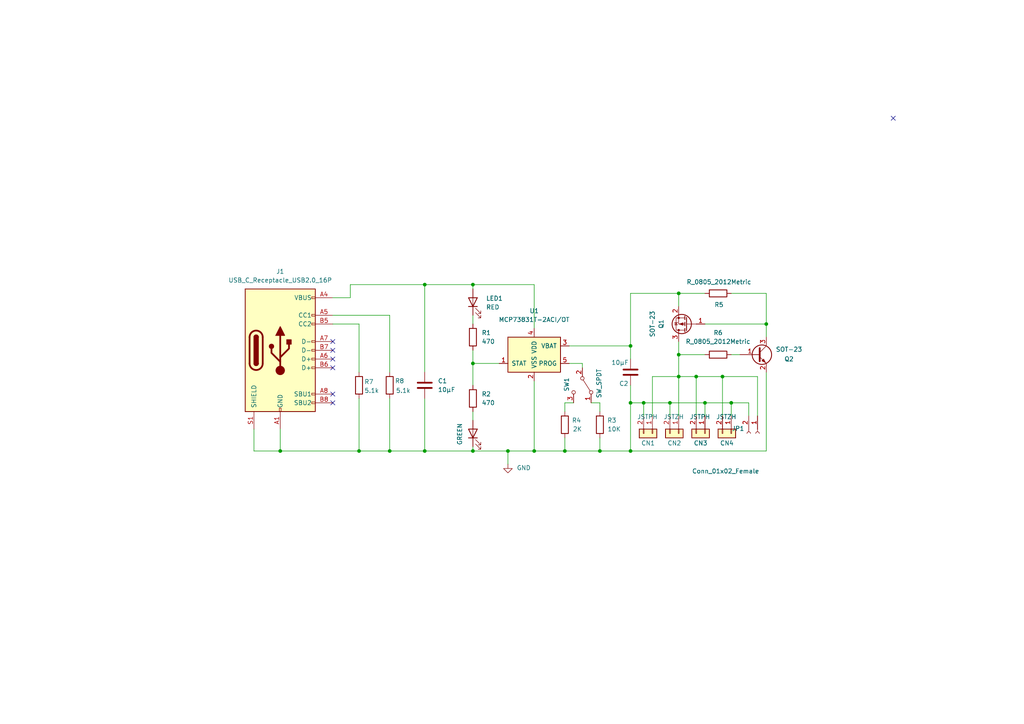
<source format=kicad_sch>
(kicad_sch (version 20250114) (generator "eeschema") (generator_version "9.0")
  (paper "A4")
  (lib_symbols
    (symbol "Battery_Management:MCP73831-2-OT" (pin_names (offset 1.016))
      (property "Reference" "U1" (at 0 12.7 0))
      (property "Value" "MCP73831T-2ACI/OT" (at 0 10.16 0))
      (symbol "MCP73831-2-OT_0_1"
        (rectangle (start -7.62 5.08) (end 7.62 -5.08) (stroke (width 0.254)) (fill (type background)))
      )
      (symbol "MCP73831-2-OT_1_1"
        (pin output line (at -10.16 -2.54 0) (length 2.54) (name "STAT") (number "1"))
        (pin power_in line (at 0 7.62 270) (length 2.54) (name "VDD") (number "4"))
        (pin power_in line (at 0 -7.62 90) (length 2.54) (name "VSS") (number "2"))
        (pin power_out line (at 10.16 2.54 180) (length 2.54) (name "VBAT") (number "3"))
        (pin input line (at 10.16 -2.54 180) (length 2.54) (name "PROG") (number "5"))
      )
    )
    (symbol "Connector:Conn_01x02_Female" (pin_names (offset 1.016) (hide yes))
      (property "Reference" "J" (at 0 2.54 0))
      (property "Value" "Conn_01x02_Female" (at 0 -5.08 0))
      (symbol "Conn_01x02_Female_1_1"
        (polyline (pts (xy -1.27 0) (xy -0.508 0)) (stroke (width 0.1524)))
        (polyline (pts (xy -1.27 -2.54) (xy -0.508 -2.54)) (stroke (width 0.1524)))
        (arc (start 0 -0.508) (mid -0.5058 0) (end 0 0.508) (stroke (width 0.1524)))
        (arc (start 0 -3.048) (mid -0.5058 -2.54) (end 0 -2.032) (stroke (width 0.1524)))
        (pin passive line (at -5.08 0 0) (length 3.81) (name "Pin_1") (number "1"))
        (pin passive line (at -5.08 -2.54 0) (length 3.81) (name "Pin_2") (number "2"))
      )
    )
    (symbol "Connector:USB_C_Receptacle_USB2.0_16P" (pin_names (offset 1.016))
      (property "Reference" "J" (at 0 22.225 0))
      (property "Value" "USB_C_Receptacle_USB2.0_16P" (at 0 19.685 0))
      (symbol "USB_C_Receptacle_USB2.0_16P_0_0"
        (rectangle (start -0.254 -17.78) (end 0.254 -16.764))
        (rectangle (start 10.16 15.494) (end 9.144 14.986))
        (rectangle (start 10.16 10.414) (end 9.144 9.906))
        (rectangle (start 10.16 7.874) (end 9.144 7.366))
        (rectangle (start 10.16 2.794) (end 9.144 2.286))
        (rectangle (start 10.16 0.254) (end 9.144 -0.254))
        (rectangle (start 10.16 -2.286) (end 9.144 -2.794))
        (rectangle (start 10.16 -4.826) (end 9.144 -5.334))
        (rectangle (start 10.16 -12.446) (end 9.144 -12.954))
        (rectangle (start 10.16 -14.986) (end 9.144 -15.494))
      )
      (symbol "USB_C_Receptacle_USB2.0_16P_0_1"
        (rectangle (start -10.16 17.78) (end 10.16 -17.78) (stroke (width 0.254)) (fill (type background)))
        (polyline (pts (xy -8.89 -3.81) (xy -8.89 3.81)) (stroke (width 0.508)))
        (rectangle (start -7.62 -3.81) (end -6.35 3.81) (stroke (width 0.254)) (fill (type outline)))
        (arc (start -7.62 3.81) (mid -6.985 4.4423) (end -6.35 3.81) (stroke (width 0.254)))
        (arc (start -7.62 3.81) (mid -6.985 4.4423) (end -6.35 3.81) (stroke (width 0.254)) (fill (type outline)))
        (arc (start -8.89 3.81) (mid -6.985 5.7067) (end -5.08 3.81) (stroke (width 0.508)))
        (arc (start -5.08 -3.81) (mid -6.985 -5.7067) (end -8.89 -3.81) (stroke (width 0.508)))
        (arc (start -6.35 -3.81) (mid -6.985 -4.4423) (end -7.62 -3.81) (stroke (width 0.254)))
        (arc (start -6.35 -3.81) (mid -6.985 -4.4423) (end -7.62 -3.81) (stroke (width 0.254)) (fill (type outline)))
        (polyline (pts (xy -5.08 3.81) (xy -5.08 -3.81)) (stroke (width 0.508)))
        (circle (center -2.54 1.143) (radius 0.635) (stroke (width 0.254)) (fill (type outline)))
        (polyline (pts (xy -1.27 4.318) (xy 0 6.858) (xy 1.27 4.318) (xy -1.27 4.318)) (stroke (width 0.254)) (fill (type outline)))
        (polyline (pts (xy 0 -2.032) (xy 2.54 0.508) (xy 2.54 1.778)) (stroke (width 0.508)))
        (polyline (pts (xy 0 -3.302) (xy -2.54 -0.762) (xy -2.54 0.508)) (stroke (width 0.508)))
        (polyline (pts (xy 0 -5.842) (xy 0 4.318)) (stroke (width 0.508)))
        (circle (center 0 -5.842) (radius 1.27) (fill (type outline)))
        (rectangle (start 1.905 1.778) (end 3.175 3.048) (stroke (width 0.254)) (fill (type outline)))
      )
      (symbol "USB_C_Receptacle_USB2.0_16P_1_1"
        (pin passive line (at -7.62 -22.86 90) (length 5.08) (name "SHIELD") (number "S1"))
        (pin passive line (at 0 -22.86 90) (length 5.08) (name "GND") (number "A1"))
        (pin passive line (at 0 -22.86 90) (length 5.08) (hide yes) (name "GND") (number "A12"))
        (pin passive line (at 0 -22.86 90) (length 5.08) (hide yes) (name "GND") (number "B1"))
        (pin passive line (at 0 -22.86 90) (length 5.08) (hide yes) (name "GND") (number "B12"))
        (pin passive line (at 15.24 15.24 180) (length 5.08) (name "VBUS") (number "A4"))
        (pin passive line (at 15.24 15.24 180) (length 5.08) (hide yes) (name "VBUS") (number "A9"))
        (pin passive line (at 15.24 15.24 180) (length 5.08) (hide yes) (name "VBUS") (number "B4"))
        (pin passive line (at 15.24 15.24 180) (length 5.08) (hide yes) (name "VBUS") (number "B9"))
        (pin bidirectional line (at 15.24 10.16 180) (length 5.08) (name "CC1") (number "A5"))
        (pin bidirectional line (at 15.24 7.62 180) (length 5.08) (name "CC2") (number "B5"))
        (pin bidirectional line (at 15.24 2.54 180) (length 5.08) (name "D-") (number "A7"))
        (pin bidirectional line (at 15.24 0 180) (length 5.08) (name "D-") (number "B7"))
        (pin bidirectional line (at 15.24 -2.54 180) (length 5.08) (name "D+") (number "A6"))
        (pin bidirectional line (at 15.24 -5.08 180) (length 5.08) (name "D+") (number "B6"))
        (pin bidirectional line (at 15.24 -12.7 180) (length 5.08) (name "SBU1") (number "A8"))
        (pin bidirectional line (at 15.24 -15.24 180) (length 5.08) (name "SBU2") (number "B8"))
      )
    )
    (symbol "Connector_Generic:Conn_01x02" (pin_names (offset 1.016) (hide yes))
      (property "Reference" "J" (at 0 2.54 0))
      (property "Value" "Conn_01x02" (at 0 -5.08 0))
      (symbol "Conn_01x02_1_1"
        (rectangle (start -1.27 1.27) (end 1.27 -3.81) (stroke (width 0.254)) (fill (type background)))
        (rectangle (start -1.27 0.127) (end 0 -0.127) (stroke (width 0.1524)))
        (rectangle (start -1.27 -2.413) (end 0 -2.667) (stroke (width 0.1524)))
        (pin passive line (at -5.08 0 0) (length 3.81) (name "Pin_1") (number "1"))
        (pin passive line (at -5.08 -2.54 0) (length 3.81) (name "Pin_2") (number "2"))
      )
    )
    (symbol "Device:C" (pin_numbers (hide yes)) (pin_names (offset 0.254))
      (property "Reference" "C" (at 0.635 2.54 0))
      (property "Value" "C" (at 0.635 -2.54 0))
      (symbol "C_0_1"
        (polyline (pts (xy -2.032 0.762) (xy 2.032 0.762)) (stroke (width 0.508)))
        (polyline (pts (xy -2.032 -0.762) (xy 2.032 -0.762)) (stroke (width 0.508)))
      )
      (symbol "C_1_1"
        (pin passive line (at 0 3.81 270) (length 2.794) (name "~") (number "1"))
        (pin passive line (at 0 -3.81 90) (length 2.794) (name "~") (number "2"))
      )
    )
    (symbol "Device:LED" (pin_numbers (hide yes)) (pin_names (offset 1.016) (hide yes))
      (property "Reference" "D" (at 0 2.54 0))
      (property "Value" "LED" (at 0 -2.54 0))
      (symbol "LED_0_1"
        (polyline (pts (xy -3.048 -0.762) (xy -4.572 -2.286) (xy -3.81 -2.286) (xy -4.572 -2.286) (xy -4.572 -1.524)))
        (polyline (pts (xy -1.778 -0.762) (xy -3.302 -2.286) (xy -2.54 -2.286) (xy -3.302 -2.286) (xy -3.302 -1.524)))
        (polyline (pts (xy -1.27 0) (xy 1.27 0)))
        (polyline (pts (xy -1.27 -1.27) (xy -1.27 1.27)) (stroke (width 0.254)))
        (polyline (pts (xy 1.27 -1.27) (xy 1.27 1.27) (xy -1.27 0) (xy 1.27 -1.27)) (stroke (width 0.254)))
      )
      (symbol "LED_1_1"
        (pin passive line (at -3.81 0 0) (length 2.54) (name "K") (number "1"))
        (pin passive line (at 3.81 0 180) (length 2.54) (name "A") (number "2"))
      )
    )
    (symbol "Device:R" (pin_numbers (hide yes)) (pin_names (offset 0))
      (property "Reference" "R" (at 2.032 0 90))
      (property "Value" "R" (at 0 0 90))
      (symbol "R_0_1"
        (rectangle (start -1.016 -2.54) (end 1.016 2.54) (stroke (width 0.254)))
      )
      (symbol "R_1_1"
        (pin passive line (at 0 3.81 270) (length 1.27) (name "~") (number "1"))
        (pin passive line (at 0 -3.81 90) (length 1.27) (name "~") (number "2"))
      )
    )
    (symbol "Switch:SW_SPDT" (pin_names (offset 0) (hide yes))
      (property "Reference" "SW" (at 0 4.318 0))
      (property "Value" "SW_SPDT" (at 0 -5.08 0))
      (symbol "SW_SPDT_0_0"
        (circle (center -2.032 0) (radius 0.508))
        (circle (center 2.032 -2.54) (radius 0.508))
      )
      (symbol "SW_SPDT_0_1"
        (polyline (pts (xy -1.524 0.254) (xy 1.651 2.286)))
        (circle (center 2.032 2.54) (radius 0.508))
      )
      (symbol "SW_SPDT_1_1"
        (pin passive line (at -5.08 0 0) (length 2.54) (name "B") (number "2"))
        (pin passive line (at 5.08 2.54 180) (length 2.54) (name "A") (number "1"))
        (pin passive line (at 5.08 -2.54 180) (length 2.54) (name "C") (number "3"))
      )
    )
    (symbol "Transistor_BJT:BC818" (pin_names (offset 0) (hide yes))
      (property "Reference" "Q" (at 5.08 1.905 0))
      (property "Value" "BC818" (at 5.08 0 0))
      (symbol "BC818_0_1"
        (polyline (pts (xy 0.635 1.905) (xy 0.635 -1.905) (xy 0.635 -1.905)) (stroke (width 0.508)))
        (polyline (pts (xy 0.635 0.635) (xy 2.54 2.54)))
        (polyline (pts (xy 0.635 -0.635) (xy 2.54 -2.54) (xy 2.54 -2.54)))
        (circle (center 1.27 0) (radius 2.8194) (stroke (width 0.254)))
        (polyline (pts (xy 1.27 -1.778) (xy 1.778 -1.27) (xy 2.286 -2.286) (xy 1.27 -1.778) (xy 1.27 -1.778)) (fill (type outline)))
      )
      (symbol "BC818_1_1"
        (pin input line (at -5.08 0 0) (length 5.715) (name "B") (number "1"))
        (pin passive line (at 2.54 5.08 270) (length 2.54) (name "C") (number "3"))
        (pin passive line (at 2.54 -5.08 90) (length 2.54) (name "E") (number "2"))
      )
    )
    (symbol "Transistor_FET:TP0610T" (pin_names (hide yes))
      (property "Reference" "Q" (at 5.08 1.905 0))
      (property "Value" "TP0610T" (at 5.08 0 0))
      (symbol "TP0610T_0_1"
        (polyline (pts (xy 0.254 1.905) (xy 0.254 -1.905)) (stroke (width 0.254)))
        (polyline (pts (xy 0.254 0) (xy -2.54 0)))
        (polyline (pts (xy 0.762 2.286) (xy 0.762 1.27)) (stroke (width 0.254)))
        (polyline (pts (xy 0.762 1.778) (xy 3.302 1.778) (xy 3.302 -1.778) (xy 0.762 -1.778)))
        (polyline (pts (xy 0.762 0.508) (xy 0.762 -0.508)) (stroke (width 0.254)))
        (polyline (pts (xy 0.762 -1.27) (xy 0.762 -2.286)) (stroke (width 0.254)))
        (circle (center 1.651 0) (radius 2.794) (stroke (width 0.254)))
        (polyline (pts (xy 2.286 0) (xy 1.27 0.381) (xy 1.27 -0.381) (xy 2.286 0)) (fill (type outline)))
        (polyline (pts (xy 2.54 2.54) (xy 2.54 1.778)))
        (circle (center 2.54 1.778) (radius 0.254) (fill (type outline)))
        (circle (center 2.54 -1.778) (radius 0.254) (fill (type outline)))
        (polyline (pts (xy 2.54 -2.54) (xy 2.54 0) (xy 0.762 0)))
        (polyline (pts (xy 2.794 -0.508) (xy 2.921 -0.381) (xy 3.683 -0.381) (xy 3.81 -0.254)))
        (polyline (pts (xy 3.302 -0.381) (xy 2.921 0.254) (xy 3.683 0.254) (xy 3.302 -0.381)))
      )
      (symbol "TP0610T_1_1"
        (pin input line (at -5.08 0 0) (length 2.54) (name "G") (number "1"))
        (pin passive line (at 2.54 5.08 270) (length 2.54) (name "D") (number "3"))
        (pin passive line (at 2.54 -5.08 90) (length 2.54) (name "S") (number "2"))
      )
    )
    (symbol "power:GND" (power) (pin_names (offset 0))
      (property "Value" "GND" (at 0 -3.81 0))
      (symbol "GND_0_1"
        (polyline (pts (xy 0 0) (xy 0 -1.27) (xy 1.27 -1.27) (xy 0 -2.54) (xy -1.27 -1.27) (xy 0 -1.27)))
      )
      (symbol "GND_1_1"
        (pin power_in line (at 0 0 270) (length 0) (hide yes) (name "GND") (number "1"))
      )
    )
  )
  (junction (at 137.16 105.41))
  (junction (at 137.16 130.81))
  (junction (at 196.85 102.87))
  (junction (at 182.88 116.84))
  (junction (at 196.85 109.22))
  (junction (at 113.03 130.81))
  (junction (at 163.83 130.81))
  (junction (at 137.16 82.55))
  (junction (at 182.88 130.81) (diameter 0.9144))
  (junction (at 123.19 82.55))
  (junction (at 204.47 116.84))
  (junction (at 123.19 130.81))
  (junction (at 182.88 100.33))
  (junction (at 212.09 116.84))
  (junction (at 201.93 109.22))
  (junction (at 81.28 130.81))
  (junction (at 196.85 85.09))
  (junction (at 222.25 93.98) (diameter 0.9144))
  (junction (at 186.69 116.84))
  (junction (at 209.55 109.22))
  (junction (at 194.31 116.84))
  (junction (at 104.14 130.81))
  (junction (at 154.94 130.81))
  (junction (at 173.99 130.81))
  (junction (at 147.32 130.81))
  (no_connect (at 259.08 34.29))
  (no_connect (at 96.52 114.3))
  (no_connect (at 96.52 99.06))
  (no_connect (at 96.52 101.6))
  (no_connect (at 96.52 104.14))
  (no_connect (at 96.52 106.68))
  (no_connect (at 96.52 116.84))
  (wire (pts (xy 113.03 115.57) (xy 113.03 130.81)))
  (wire (pts (xy 101.6 82.55) (xy 101.6 86.36)))
  (wire (pts (xy 123.19 130.81) (xy 137.16 130.81)))
  (wire (pts (xy 173.99 130.81) (xy 182.88 130.81)))
  (wire (pts (xy 166.37 116.84) (xy 163.83 116.84)))
  (wire (pts (xy 182.88 116.84) (xy 186.69 116.84)))
  (wire (pts (xy 154.94 82.55) (xy 154.94 95.25)))
  (wire (pts (xy 137.16 121.92) (xy 137.16 119.38)))
  (wire (pts (xy 204.47 93.98) (xy 222.25 93.98)))
  (wire (pts (xy 137.16 82.55) (xy 154.94 82.55)))
  (wire (pts (xy 123.19 82.55) (xy 123.19 107.95)))
  (wire (pts (xy 182.88 130.81) (xy 222.25 130.81)))
  (wire (pts (xy 194.31 120.65) (xy 194.31 116.84)))
  (wire (pts (xy 194.31 116.84) (xy 204.47 116.84)))
  (wire (pts (xy 182.88 116.84) (xy 182.88 130.81)))
  (wire (pts (xy 194.31 116.84) (xy 186.69 116.84)))
  (wire (pts (xy 217.17 116.84) (xy 212.09 116.84)))
  (wire (pts (xy 196.85 109.22) (xy 196.85 120.65)))
  (wire (pts (xy 212.09 116.84) (xy 212.09 120.65)))
  (wire (pts (xy 81.28 130.81) (xy 104.14 130.81)))
  (wire (pts (xy 163.83 130.81) (xy 173.99 130.81)))
  (wire (pts (xy 189.23 109.22) (xy 189.23 120.65)))
  (wire (pts (xy 189.23 109.22) (xy 196.85 109.22)))
  (wire (pts (xy 196.85 102.87) (xy 196.85 109.22)))
  (wire (pts (xy 104.14 130.81) (xy 113.03 130.81)))
  (wire (pts (xy 163.83 127) (xy 163.83 130.81)))
  (wire (pts (xy 73.66 124.46) (xy 73.66 130.81)))
  (wire (pts (xy 182.88 85.09) (xy 196.85 85.09)))
  (wire (pts (xy 137.16 101.6) (xy 137.16 105.41)))
  (wire (pts (xy 163.83 116.84) (xy 163.83 119.38)))
  (wire (pts (xy 212.09 102.87) (xy 214.63 102.87)))
  (wire (pts (xy 137.16 129.54) (xy 137.16 130.81)))
  (wire (pts (xy 154.94 110.49) (xy 154.94 130.81)))
  (wire (pts (xy 182.88 100.33) (xy 182.88 104.14)))
  (wire (pts (xy 165.1 105.41) (xy 168.91 105.41)))
  (wire (pts (xy 96.52 93.98) (xy 104.14 93.98)))
  (wire (pts (xy 222.25 85.09) (xy 222.25 93.98)))
  (wire (pts (xy 222.25 93.98) (xy 222.25 97.79)))
  (wire (pts (xy 217.17 120.65) (xy 217.17 116.84)))
  (wire (pts (xy 186.69 116.84) (xy 186.69 120.65)))
  (wire (pts (xy 73.66 130.81) (xy 81.28 130.81)))
  (wire (pts (xy 196.85 88.9) (xy 196.85 85.09)))
  (wire (pts (xy 219.71 120.65) (xy 219.71 109.22)))
  (wire (pts (xy 113.03 130.81) (xy 123.19 130.81)))
  (wire (pts (xy 123.19 115.57) (xy 123.19 130.81)))
  (wire (pts (xy 147.32 130.81) (xy 147.32 134.62)))
  (wire (pts (xy 165.1 100.33) (xy 182.88 100.33)))
  (wire (pts (xy 182.88 85.09) (xy 182.88 100.33)))
  (wire (pts (xy 182.88 111.76) (xy 182.88 116.84)))
  (wire (pts (xy 204.47 116.84) (xy 212.09 116.84)))
  (wire (pts (xy 201.93 109.22) (xy 209.55 109.22)))
  (wire (pts (xy 96.52 91.44) (xy 113.03 91.44)))
  (wire (pts (xy 81.28 124.46) (xy 81.28 130.81)))
  (wire (pts (xy 201.93 109.22) (xy 201.93 120.65)))
  (wire (pts (xy 154.94 130.81) (xy 163.83 130.81)))
  (wire (pts (xy 209.55 109.22) (xy 209.55 120.65)))
  (wire (pts (xy 173.99 116.84) (xy 173.99 119.38)))
  (wire (pts (xy 222.25 107.95) (xy 222.25 130.81)))
  (wire (pts (xy 196.85 85.09) (xy 204.47 85.09)))
  (wire (pts (xy 168.91 105.41) (xy 168.91 106.68)))
  (wire (pts (xy 173.99 127) (xy 173.99 130.81)))
  (wire (pts (xy 171.45 116.84) (xy 173.99 116.84)))
  (wire (pts (xy 204.47 116.84) (xy 204.47 120.65)))
  (wire (pts (xy 137.16 130.81) (xy 147.32 130.81)))
  (wire (pts (xy 104.14 93.98) (xy 104.14 107.95)))
  (wire (pts (xy 101.6 82.55) (xy 123.19 82.55)))
  (wire (pts (xy 104.14 115.57) (xy 104.14 130.81)))
  (wire (pts (xy 137.16 105.41) (xy 144.78 105.41)))
  (wire (pts (xy 123.19 82.55) (xy 137.16 82.55)))
  (wire (pts (xy 209.55 109.22) (xy 219.71 109.22)))
  (wire (pts (xy 137.16 105.41) (xy 137.16 111.76)))
  (wire (pts (xy 113.03 91.44) (xy 113.03 107.95)))
  (wire (pts (xy 212.09 85.09) (xy 222.25 85.09)))
  (wire (pts (xy 196.85 109.22) (xy 201.93 109.22)))
  (wire (pts (xy 137.16 83.82) (xy 137.16 82.55)))
  (wire (pts (xy 196.85 99.06) (xy 196.85 102.87)))
  (wire (pts (xy 147.32 130.81) (xy 154.94 130.81)))
  (wire (pts (xy 196.85 102.87) (xy 204.47 102.87)))
  (wire (pts (xy 137.16 91.44) (xy 137.16 93.98)))
  (wire (pts (xy 96.52 86.36) (xy 101.6 86.36)))
  (symbol (lib_id "Connector:USB_C_Receptacle_USB2.0_16P") (at 81.28 101.6 0) (unit 1)
    (property "Reference" "J1" (at 81.28 78.74 0))
    (property "Value" "USB_C_Receptacle_USB2.0_16P" (at 81.28 81.28 0))
    (property "Footprint" "Connector_USB:USB_C_Receptacle_HRO_TYPE-C-31-M-12" (effects (hide yes)))
    (property "Datasheet" "https://www.usb.org/sites/default/files/documents/usb_type-c.zip" (effects (hide yes)))
    (property "Description" "USB 2.0-only 16P Type-C Receptacle connector" (effects (hide yes)))
  )
  (symbol (lib_id "Device:R") (at 104.14 111.76 0) (unit 1)
    (property "Reference" "R7" (at 105.664 110.744 0) (effects (justify left)))
    (property "Value" "5.1k" (at 105.664 113.284 0) (effects (justify left)))
    (property "Footprint" "Resistor_SMD:R_0603_1608Metric" (effects (hide yes)))
    (property "Description" "Resistor" (effects (hide yes)))
  )
  (symbol (lib_id "Device:R") (at 113.03 111.76 0) (unit 1)
    (property "Reference" "R8" (at 114.554 110.49 0) (effects (justify left)))
    (property "Value" "5.1k" (at 114.808 113.284 0) (effects (justify left)))
    (property "Footprint" "Resistor_SMD:R_0603_1608Metric" (effects (hide yes)))
    (property "Description" "Resistor" (effects (hide yes)))
  )
  (symbol (lib_id "Device:C") (at 182.88 107.95 0) (unit 1)
    (property "Reference" "C2" (at 179.578 111.252 0) (effects (justify left)))
    (property "Value" "10µF" (at 177.292 105.156 0) (effects (justify left)))
    (property "Footprint" "Capacitor_SMD:C_0805_2012Metric" (effects (hide yes)))
  )
  (symbol (lib_id "power:GND") (at 147.32 134.62 0) (unit 1)
    (property "Reference" "#PWR0103" (effects (hide yes)))
    (property "Value" "GND" (at 149.86 135.6994 0) (effects (justify left)))
  )
  (symbol (lib_id "Device:R") (at 208.28 102.87 90) (unit 1)
    (property "Reference" "R6" (at 208.28 96.52 90))
    (property "Value" "R_0805_2012Metric" (at 208.28 99.06 90))
    (property "Footprint" "Resistor_SMD:R_0805_2012Metric" (effects (hide yes)))
  )
  (symbol (lib_id "Connector_Generic:Conn_01x02") (at 196.85 125.73 270) (unit 1)
    (property "Reference" "CN2" (at 197.612 128.524 90) (effects (justify right)))
    (property "Value" "JSTZH" (at 198.374 120.904 90) (effects (justify right)))
    (property "Footprint" "Connector_JST:JST_ZH_S2B-ZR-SM4A-TF_1x02-1MP_P1.50mm_Horizontal" (effects (hide yes)))
  )
  (symbol (lib_id "Transistor_FET:TP0610T") (at 199.39 93.98 180) (unit 1)
    (property "Reference" "Q1" (at 191.77 93.98 90))
    (property "Value" "SOT-23" (at 189.23 93.98 90))
    (property "Footprint" "Package_TO_SOT_SMD:SOT-23" (effects (hide yes)))
    (property "Datasheet" "http://www.vishay.com/docs/70209/70209.pdf" (effects (hide yes)))
  )
  (symbol (lib_id "Device:LED") (at 137.16 125.73 90) (unit 1)
    (property "Reference" "LED2" (at 127 -54.4195 0))
    (property "Value" "GREEN" (at 133.35 125.9205 0))
    (property "Footprint" "LED_SMD:LED_0805_2012Metric" (effects (hide yes)))
  )
  (symbol (lib_id "Device:R") (at 137.16 97.79 0) (unit 1)
    (property "Reference" "R1" (at 139.7 96.5199 0) (effects (justify left)))
    (property "Value" "470" (at 139.7 99.0599 0) (effects (justify left)))
    (property "Footprint" "Resistor_SMD:R_0805_2012Metric" (effects (hide yes)))
  )
  (symbol (lib_id "Device:R") (at 173.99 123.19 0) (unit 1)
    (property "Reference" "R3" (at 178.816 121.92 0) (effects (justify right)))
    (property "Value" "10K" (at 180.086 124.46 0) (effects (justify right)))
    (property "Footprint" "Resistor_SMD:R_0805_2012Metric" (effects (hide yes)))
  )
  (symbol (lib_id "Device:R") (at 208.28 85.09 90) (unit 1)
    (property "Reference" "R5" (at 208.534 88.392 90))
    (property "Value" "R_0805_2012Metric" (at 208.534 81.788 90))
    (property "Footprint" "Resistor_SMD:R_0805_2012Metric" (effects (hide yes)))
  )
  (symbol (lib_id "Device:C") (at 123.19 111.76 0) (unit 1)
    (property "Reference" "C1" (at 127 110.4899 0) (effects (justify left)))
    (property "Value" "10µF" (at 127 113.0299 0) (effects (justify left)))
    (property "Footprint" "Capacitor_SMD:C_0805_2012Metric" (effects (hide yes)))
  )
  (symbol (lib_id "Connector_Generic:Conn_01x02") (at 189.23 125.73 270) (unit 1)
    (property "Reference" "CN1" (at 189.992 128.524 90) (effects (justify right)))
    (property "Value" "JSTPH" (at 190.754 120.904 90) (effects (justify right)))
    (property "Footprint" "Connector_JST:JST_PH_S2B-PH-SM4-TB_1x02-1MP_P2.00mm_Horizontal" (effects (hide yes)))
  )
  (symbol (lib_id "Switch:SW_SPDT") (at 168.91 111.76 270) (unit 1)
    (property "Reference" "SW1" (at 164.338 109.474 0) (effects (justify left)))
    (property "Value" "SW_SPDT" (at 173.736 106.934 0) (effects (justify left)))
    (property "Footprint" "Button_Switch_SMD:SW_SPDT_PCM12" (effects (hide yes)))
  )
  (symbol (lib_id "Connector:Conn_01x02_Female") (at 219.71 125.73 270) (unit 1)
    (property "Reference" "JP1" (at 215.9 124.3077 90) (effects (justify right)))
    (property "Value" "Conn_01x02_Female" (at 220.218 136.652 90) (effects (justify right)))
    (property "Footprint" "Connector_PinHeader_2.54mm:PinHeader_1x02_P2.54mm_Vertical" (effects (hide yes)))
  )
  (symbol (lib_id "Device:R") (at 163.83 123.19 0) (unit 1)
    (property "Reference" "R4" (at 165.862 121.92 0) (effects (justify left)))
    (property "Value" "2K" (at 166.116 124.46 0) (effects (justify left)))
    (property "Footprint" "Resistor_SMD:R_0805_2012Metric" (effects (hide yes)))
  )
  (symbol (lib_id "Battery_Management:MCP73831-2-OT") (at 154.94 102.87 0) (unit 1)
    (property "Reference" "U1" (at 154.94 90.17 0))
    (property "Value" "MCP73831T-2ACI/OT" (at 154.94 92.71 0))
    (property "Footprint" "Package_TO_SOT_SMD:SOT-23-5" (effects (hide yes)))
    (property "Datasheet" "http://ww1.microchip.com/downloads/en/DeviceDoc/20001984g.pdf" (effects (hide yes)))
  )
  (symbol (lib_id "Device:R") (at 137.16 115.57 180) (unit 1)
    (property "Reference" "R2" (at 139.7 114.2999 0) (effects (justify right)))
    (property "Value" "470" (at 139.7 116.8399 0) (effects (justify right)))
    (property "Footprint" "Resistor_SMD:R_0805_2012Metric" (effects (hide yes)))
  )
  (symbol (lib_id "Connector_Generic:Conn_01x02") (at 204.47 125.73 270) (unit 1)
    (property "Reference" "CN3" (at 205.232 128.524 90) (effects (justify right)))
    (property "Value" "JSTPH" (at 205.994 120.904 90) (effects (justify right)))
    (property "Footprint" "Connector_JST:JST_PH_S2B-PH-SM4-TB_1x02-1MP_P2.00mm_Horizontal" (effects (hide yes)))
  )
  (symbol (lib_id "Device:LED") (at 137.16 87.63 90) (unit 1)
    (property "Reference" "LED1" (at 140.97 86.5504 90) (effects (justify right)))
    (property "Value" "RED" (at 140.97 89.0904 90) (effects (justify right)))
    (property "Footprint" "LED_SMD:LED_0805_2012Metric" (effects (hide yes)))
  )
  (symbol (lib_id "Transistor_BJT:BC818") (at 219.71 102.87 0) (unit 1)
    (property "Reference" "Q2" (at 228.854 104.14 0))
    (property "Value" "SOT-23" (at 228.854 101.346 0))
    (property "Footprint" "Package_TO_SOT_SMD:SOT-23" (effects (hide yes)))
    (property "Datasheet" "https://www.onsemi.com/pub/Collateral/BC818-D.pdf" (effects (hide yes)))
  )
  (symbol (lib_id "Connector_Generic:Conn_01x02") (at 212.09 125.73 270) (unit 1)
    (property "Reference" "CN4" (at 212.852 128.524 90) (effects (justify right)))
    (property "Value" "JSTZH" (at 213.614 120.904 90) (effects (justify right)))
    (property "Footprint" "Connector_JST:JST_ZH_S2B-ZR-SM4A-TF_1x02-1MP_P1.50mm_Horizontal" (effects (hide yes)))
  )
)
</source>
